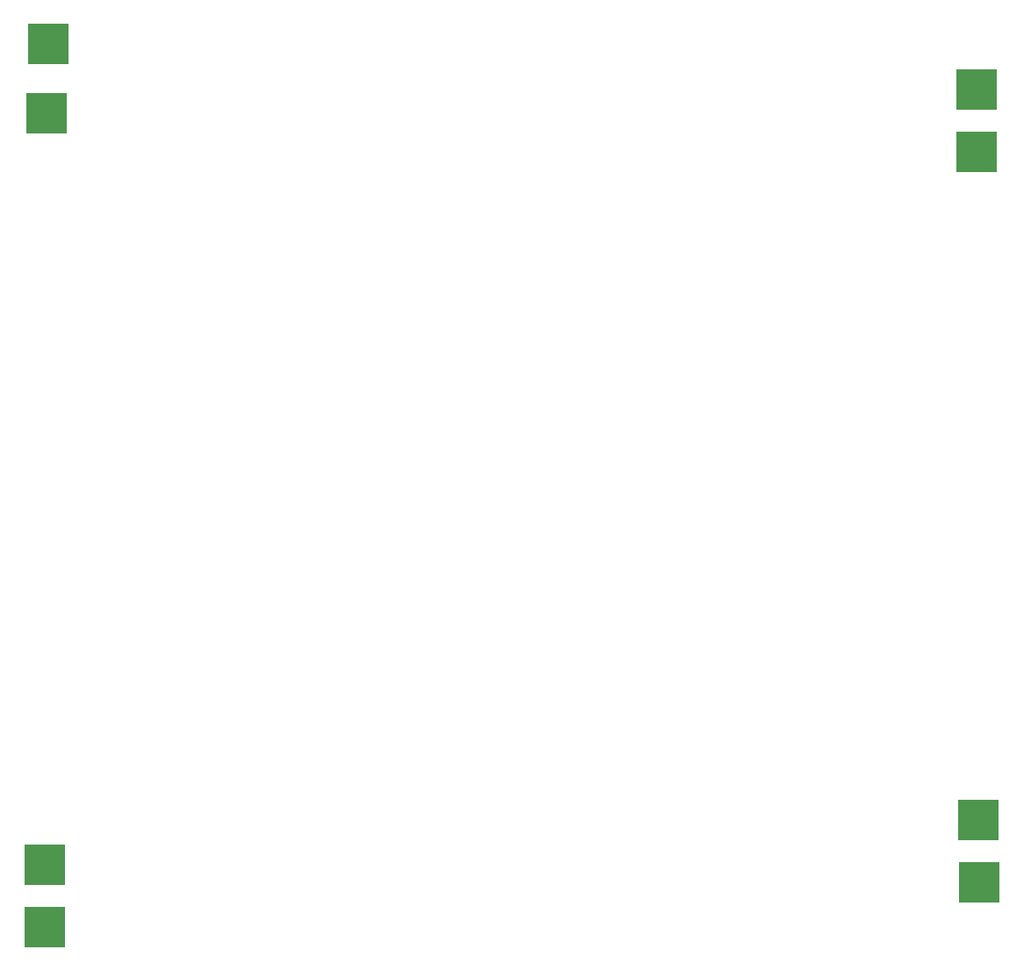
<source format=gbr>
%TF.GenerationSoftware,KiCad,Pcbnew,8.0.3*%
%TF.CreationDate,2024-06-30T23:13:16-03:00*%
%TF.ProjectId,led aqu_rio,6c656420-6171-475e-9172-696f2e6b6963,rev?*%
%TF.SameCoordinates,Original*%
%TF.FileFunction,Copper,L2,Bot*%
%TF.FilePolarity,Positive*%
%FSLAX46Y46*%
G04 Gerber Fmt 4.6, Leading zero omitted, Abs format (unit mm)*
G04 Created by KiCad (PCBNEW 8.0.3) date 2024-06-30 23:13:16*
%MOMM*%
%LPD*%
G01*
G04 APERTURE LIST*
%TA.AperFunction,ComponentPad*%
%ADD10R,4.000000X4.000000*%
%TD*%
G04 APERTURE END LIST*
D10*
%TO.P,J8,1,Pin_1*%
%TO.N,GND*%
X295560000Y-104980000D03*
%TD*%
%TO.P,J5,1,Pin_1*%
%TO.N,+12V*%
X385230000Y-108690000D03*
%TD*%
%TO.P,J7,1,Pin_1*%
%TO.N,+12V*%
X385230000Y-102640000D03*
%TD*%
%TO.P,J2,1,Pin_1*%
%TO.N,+12V*%
X385410000Y-179110000D03*
%TD*%
%TO.P,J3,1,Pin_1*%
%TO.N,+12V*%
X385350000Y-173120000D03*
%TD*%
%TO.P,J4,1,Pin_1*%
%TO.N,GND*%
X295390000Y-183440000D03*
%TD*%
%TO.P,J6,1,Pin_1*%
%TO.N,GND*%
X295390000Y-177390000D03*
%TD*%
%TO.P,J1,1,Pin_1*%
%TO.N,GND*%
X295690000Y-98230000D03*
%TD*%
M02*

</source>
